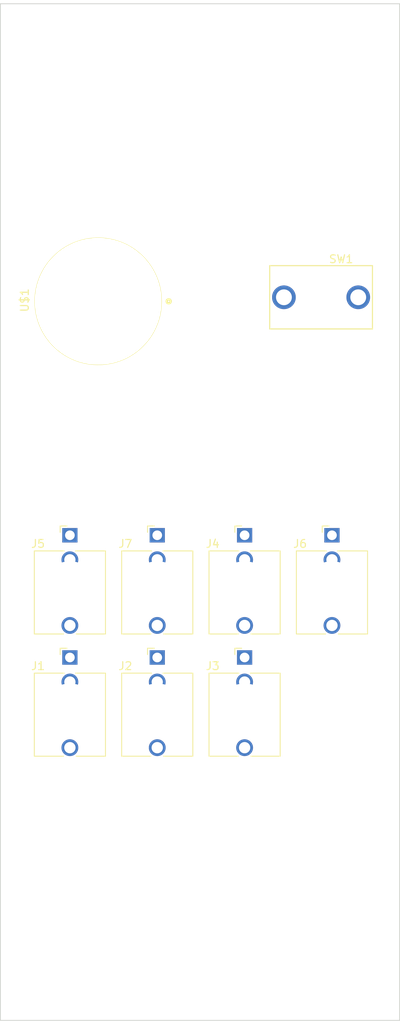
<source format=kicad_pcb>
(kicad_pcb (version 20221018) (generator pcbnew)
  (layers (0 "F.Cu" signal) (31 "B.Cu" signal) (34 "B.Paste" user) (35 "F.Paste" user) (36 "B.SilkS" user "B.Silkscreen") (37 "F.SilkS" user "F.Silkscreen") (38 "B.Mask" user) (39 "F.Mask" user) (44 "Edge.Cuts" user))
  (net 0 "")
  (net 1 "GND")
  (net 2 "/A0")
  (net 3 "/A2")
  (net 4 "/MIDI_5")
  (net 5 "/NOTE")
  (net 6 "/VELOCITY")
  (net 7 "/PITCH_BEND")
  (net 8 "/CONTROL")
  (net 9 "/MIDI_4")
  (net 10 "/CLOCK")
  (net 11 "/TRIGGER")
  (net 12 "/GATE")
  (footprint "Custom_Footprints:Sub_Miniature_Switch_MountingHole_3.5mm" (layer "F.Cu") (at 129.36 113.77)
    (fp_text reference "Ref**" hide)
    (fp_text value "Subminiature_Switch" hide)
    (pad "" np_thru_hole circle (at 0 0) (size 6.4 6.4) (drill 6.4) (layers "F&B.Cu" "*.Mask"))
  )
  (footprint "Custom_Footprints:Sub_Miniature_Switch_MountingHole_3.5mm" (layer "F.Cu") (at 151.46 98.32)
    (fp_text reference "Ref**" hide)
    (fp_text value "Subminiature_Switch" hide)
    (pad "" np_thru_hole circle (at 0 0) (size 6.4 6.4) (drill 6.4) (layers "F&B.Cu" "*.Mask"))
  )
  (footprint "MountingHole:MountingHole_6.4mm_M6" (layer "F.Cu") (at 150.084 61.762)
    (fp_text reference "REF**" hide)
    (fp_text value "MountingHole_6.4mm_M6")
    (pad "" np_thru_hole circle (at 0 0) (size 6.4 6.4) (drill 6.4) (layers "*.Cu" "*.Mask"))
  )
  (footprint "Custom_Footprints:Sub_Miniature_Switch_MountingHole_3.5mm" (layer "F.Cu") (at 140.41 113.77)
    (fp_text reference "Ref**" hide)
    (fp_text value "Subminiature_Switch" hide)
    (pad "" np_thru_hole circle (at 0 0) (size 6.4 6.4) (drill 6.4) (layers "F&B.Cu" "*.Mask"))
  )
  (footprint "Custom_Footprints:Sub_Miniature_Switch_MountingHole_3.5mm" (layer "F.Cu") (at 118.31 98.32)
    (fp_text reference "Ref**" hide)
    (fp_text value "Subminiature_Switch" hide)
    (pad "" np_thru_hole circle (at 0 0) (size 6.4 6.4) (drill 6.4) (layers "F&B.Cu" "*.Mask"))
  )
  (footprint "Custom_Footprints:Sub_Miniature_Switch_MountingHole_3.5mm" (layer "F.Cu") (at 118.31 113.77)
    (fp_text reference "Ref**" hide)
    (fp_text value "Subminiature_Switch" hide)
    (pad "" np_thru_hole circle (at 0 0) (size 6.4 6.4) (drill 6.4) (layers "F&B.Cu" "*.Mask"))
  )
  (footprint "Connector_Audio:Jack_3.5mm_QingPu_WQP-PJ398SM_Vertical_CircularHoles" (layer "F.Cu") (at 118.31 91.84)
    (fp_text reference "J5" (at -4.03 1.08 180) (layer "F.SilkS"))
    (fp_text value "Continuous Control")
    (fp_line (start -4.5 1.98) (end -4.5 12.48) (stroke (width 0.12)) (layer "F.SilkS"))
    (fp_line (start -1.23 -1.17) (end -1.23 -0.37) (stroke (width 0.12)) (layer "F.SilkS"))
    (fp_line (start -1.23 -1.17) (end -0.37 -1.17) (stroke (width 0.12)) (layer "F.SilkS"))
    (fp_line (start -0.8 12.48) (end -4.5 12.48) (stroke (width 0.12)) (layer "F.SilkS"))
    (fp_line (start -0.72 1.98) (end -4.5 1.98) (stroke (width 0.12)) (layer "F.SilkS"))
    (fp_line (start 4.5 1.98) (end 0.72 1.98) (stroke (width 0.12)) (layer "F.SilkS"))
    (fp_line (start 4.5 1.98) (end 4.5 12.48) (stroke (width 0.12)) (layer "F.SilkS"))
    (fp_line (start 4.5 12.48) (end 0.8 12.48) (stroke (width 0.12)) (layer "F.SilkS"))
    (fp_circle (center 0 6.48) (end 1.8 6.48) (stroke (width 0.12)) (fill none) (layer "F.SilkS"))
    (pad "S" thru_hole rect (at 0 0 180) (size 1.93 1.83) (drill 1.22) (layers "*.Cu" "*.Mask") (net 1 "GND"))
    (pad "T" thru_hole circle (at 0 11.4 180) (size 2.13 2.13) (drill 1.43) (layers "*.Cu" "*.Mask") (net 8 "/CONTROL"))
    (pad "TN" thru_hole circle (at 0 3.1 180) (size 2.13 2.13) (drill 1.42) (layers "*.Cu" "*.Mask"))
  )
  (footprint "MountingHole:MountingHole_3.2mm_M3" (layer "F.Cu") (at 117.02 150.16)
    (fp_text reference "REF**" hide)
    (fp_text value "MountingHole_3.2mm_M3" hide)
    (pad "" np_thru_hole oval (at 0 0) (size 7.2 3.4) (drill oval 7.2 3.4) (layers "F&B.Cu" "*.Mask"))
  )
  (footprint "Custom_Footprints:MIDISocket_Hole_15mm" (layer "F.Cu") (at 121.89 62.27)
    (fp_text reference "Ref**" hide)
    (fp_text value "MIDISocket_Hole_15mm" hide)
    (pad "" np_thru_hole circle (at 0 0) (size 16 16) (drill 16) (layers "F&B.Cu" "*.Mask"))
  )
  (footprint "Eurocad:SPDT toggle on-off-on" (layer "F.Cu") (at 150.084 61.762)
    (fp_text reference "SW1" (at 2.54 -4.826) (layer "F.SilkS"))
    (fp_text value "SW_SPDT_MSM")
    (fp_line (start -6.5 -4) (end 6.5 -4) (stroke (width 0.15)) (layer "F.SilkS"))
    (fp_line (start -6.5 4) (end -6.5 -4) (stroke (width 0.15)) (layer "F.SilkS"))
    (fp_line (start 6.5 -4) (end 6.5 4) (stroke (width 0.15)) (layer "F.SilkS"))
    (fp_line (start 6.5 4) (end -6.5 4) (stroke (width 0.15)) (layer "F.SilkS"))
    (pad "1" thru_hole circle (at -4.7 0) (size 3 3) (drill 2) (layers "*.Cu" "*.Mask") (net 3 "/A2"))
    (pad "2" thru_hole circle (at 0 0) (size 3 3) (drill 2) (layers "*.Cu" "*.Mask") (net 1 "GND"))
    (pad "3" thru_hole circle (at 4.7 0) (size 3 3) (drill 2) (layers "*.Cu" "*.Mask") (net 2 "/A0"))
  )
  (footprint "Connector_Audio:Jack_3.5mm_QingPu_WQP-PJ398SM_Vertical_CircularHoles" (layer "F.Cu") (at 118.31 107.29)
    (fp_text reference "J1" (at -4.03 1.08 180) (layer "F.SilkS"))
    (fp_text value "Clock")
    (fp_line (start -4.5 1.98) (end -4.5 12.48) (stroke (width 0.12)) (layer "F.SilkS"))
    (fp_line (start -1.23 -1.17) (end -1.23 -0.37) (stroke (width 0.12)) (layer "F.SilkS"))
    (fp_line (start -1.23 -1.17) (end -0.37 -1.17) (stroke (width 0.12)) (layer "F.SilkS"))
    (fp_line (start -0.8 12.48) (end -4.5 12.48) (stroke (width 0.12)) (layer "F.SilkS"))
    (fp_line (start -0.72 1.98) (end -4.5 1.98) (stroke (width 0.12)) (layer "F.SilkS"))
    (fp_line (start 4.5 1.98) (end 0.72 1.98) (stroke (width 0.12)) (layer "F.SilkS"))
    (fp_line (start 4.5 1.98) (end 4.5 12.48) (stroke (width 0.12)) (layer "F.SilkS"))
    (fp_line (start 4.5 12.48) (end 0.8 12.48) (stroke (width 0.12)) (layer "F.SilkS"))
    (fp_circle (center 0 6.48) (end 1.8 6.48) (stroke (width 0.12)) (fill none) (layer "F.SilkS"))
    (pad "S" thru_hole rect (at 0 0 180) (size 1.93 1.83) (drill 1.22) (layers "*.Cu" "*.Mask") (net 1 "GND"))
    (pad "T" thru_hole circle (at 0 11.4 180) (size 2.13 2.13) (drill 1.43) (layers "*.Cu" "*.Mask") (net 10 "/CLOCK"))
    (pad "TN" thru_hole circle (at 0 3.1 180) (size 2.13 2.13) (drill 1.42) (layers "*.Cu" "*.Mask"))
  )
  (footprint "MountingHole:MountingHole_3.2mm_M3" (layer "F.Cu") (at 152.58 150.16)
    (fp_text reference "REF**" hide)
    (fp_text value "MountingHole_3.2mm_M3" hide)
    (pad "" np_thru_hole oval (at 0 0) (size 7.2 3.4) (drill oval 7.2 3.4) (layers "F&B.Cu" "*.Mask"))
  )
  (footprint "Connector_Audio:Jack_3.5mm_QingPu_WQP-PJ398SM_Vertical_CircularHoles" (layer "F.Cu") (at 140.41 107.29)
    (fp_text reference "J3" (at -4.03 1.08 180) (layer "F.SilkS"))
    (fp_text value "Gate")
    (fp_line (start -4.5 1.98) (end -4.5 12.48) (stroke (width 0.12)) (layer "F.SilkS"))
    (fp_line (start -1.23 -1.17) (end -1.23 -0.37) (stroke (width 0.12)) (layer "F.SilkS"))
    (fp_line (start -1.23 -1.17) (end -0.37 -1.17) (stroke (width 0.12)) (layer "F.SilkS"))
    (fp_line (start -0.8 12.48) (end -4.5 12.48) (stroke (width 0.12)) (layer "F.SilkS"))
    (fp_line (start -0.72 1.98) (end -4.5 1.98) (stroke (width 0.12)) (layer "F.SilkS"))
    (fp_line (start 4.5 1.98) (end 0.72 1.98) (stroke (width 0.12)) (layer "F.SilkS"))
    (fp_line (start 4.5 1.98) (end 4.5 12.48) (stroke (width 0.12)) (layer "F.SilkS"))
    (fp_line (start 4.5 12.48) (end 0.8 12.48) (stroke (width 0.12)) (layer "F.SilkS"))
    (fp_circle (center 0 6.48) (end 1.8 6.48) (stroke (width 0.12)) (fill none) (layer "F.SilkS"))
    (pad "S" thru_hole rect (at 0 0 180) (size 1.93 1.83) (drill 1.22) (layers "*.Cu" "*.Mask") (net 1 "GND"))
    (pad "T" thru_hole circle (at 0 11.4 180) (size 2.13 2.13) (drill 1.43) (layers "*.Cu" "*.Mask") (net 12 "/GATE"))
    (pad "TN" thru_hole circle (at 0 3.1 180) (size 2.13 2.13) (drill 1.42) (layers "*.Cu" "*.Mask"))
  )
  (footprint "Connector_Audio:Jack_3.5mm_QingPu_WQP-PJ398SM_Vertical_CircularHoles" (layer "F.Cu") (at 129.36 107.29)
    (fp_text reference "J2" (at -4.03 1.08 180) (layer "F.SilkS"))
    (fp_text value "Trigger")
    (fp_line (start -4.5 1.98) (end -4.5 12.48) (stroke (width 0.12)) (layer "F.SilkS"))
    (fp_line (start -1.23 -1.17) (end -1.23 -0.37) (stroke (width 0.12)) (layer "F.SilkS"))
    (fp_line (start -1.23 -1.17) (end -0.37 -1.17) (stroke (width 0.12)) (layer "F.SilkS"))
    (fp_line (start -0.8 12.48) (end -4.5 12.48) (stroke (width 0.12)) (layer "F.SilkS"))
    (fp_line (start -0.72 1.98) (end -4.5 1.98) (stroke (width 0.12)) (layer "F.SilkS"))
    (fp_line (start 4.5 1.98) (end 0.72 1.98) (stroke (width 0.12)) (layer "F.SilkS"))
    (fp_line (start 4.5 1.98) (end 4.5 12.48) (stroke (width 0.12)) (layer "F.SilkS"))
    (fp_line (start 4.5 12.48) (end 0.8 12.48) (stroke (width 0.12)) (layer "F.SilkS"))
    (fp_circle (center 0 6.48) (end 1.8 6.48) (stroke (width 0.12)) (fill none) (layer "F.SilkS"))
    (pad "S" thru_hole rect (at 0 0 180) (size 1.93 1.83) (drill 1.22) (layers "*.Cu" "*.Mask") (net 1 "GND"))
    (pad "T" thru_hole circle (at 0 11.4 180) (size 2.13 2.13) (drill 1.43) (layers "*.Cu" "*.Mask") (net 11 "/TRIGGER"))
    (pad "TN" thru_hole circle (at 0 3.1 180) (size 2.13 2.13) (drill 1.42) (layers "*.Cu" "*.Mask"))
  )
  (footprint "SD-50BV:CUI_SD-50BV" (layer "F.Cu") (at 121.89 62.27 90)
    (fp_text reference "U$1" (at 0.13524 -9.30452 90) (layer "F.SilkS") (effects (font (size 1.007465 1.007465))))
    (fp_text value "MIDIJACK")
    (fp_circle (center 0 0) (end 8 0) (stroke (width 0.127)) (fill none) (layer "F.SilkS"))
    (fp_circle (center 0 8.919) (end 0.1 8.919) (stroke (width 0.3)) (fill none) (layer "F.SilkS"))
    (pad "1" thru_hole rect (at 0 5.5 90) (size 2.1 2.1) (drill 1.4) (layers "*.Cu" "*.Mask"))
    (pad "2" thru_hole circle (at -5.5 0 90) (size 2.1 2.1) (drill 1.4) (layers "*.Cu" "*.Mask"))
    (pad "3" thru_hole circle (at 0 -5.5 90) (size 2.1 2.1) (drill 1.4) (layers "*.Cu" "*.Mask"))
    (pad "4" thru_hole circle (at -3.89 3.89 90) (size 2.1 2.1) (drill 1.4) (layers "*.Cu" "*.Mask") (net 9 "/MIDI_4"))
    (pad "5" thru_hole circle (at -3.89 -3.89 90) (size 2.1 2.1) (drill 1.4) (layers "*.Cu" "*.Mask") (net 4 "/MIDI_5"))
    (pad "S" thru_hole circle (at 4.5 0 90) (size 2.1 2.1) (drill 1.4) (layers "*.Cu" "*.Mask"))
  )
  (footprint "MountingHole:MountingHole_3.2mm_M3" (layer "F.Cu") (at 152.58 27.66)
    (fp_text reference "REF**" hide)
    (fp_text value "MountingHole_3.2mm_M3" hide)
    (pad "" np_thru_hole oval (at 0 0) (size 7.2 3.4) (drill oval 7.2 3.4) (layers "F&B.Cu" "*.Mask"))
  )
  (footprint "Connector_Audio:Jack_3.5mm_QingPu_WQP-PJ398SM_Vertical_CircularHoles" (layer "F.Cu") (at 129.36 91.84)
    (fp_text reference "J7" (at -4.03 1.08 180) (layer "F.SilkS"))
    (fp_text value "Velocity")
    (fp_line (start -4.5 1.98) (end -4.5 12.48) (stroke (width 0.12)) (layer "F.SilkS"))
    (fp_line (start -1.23 -1.17) (end -1.23 -0.37) (stroke (width 0.12)) (layer "F.SilkS"))
    (fp_line (start -1.23 -1.17) (end -0.37 -1.17) (stroke (width 0.12)) (layer "F.SilkS"))
    (fp_line (start -0.8 12.48) (end -4.5 12.48) (stroke (width 0.12)) (layer "F.SilkS"))
    (fp_line (start -0.72 1.98) (end -4.5 1.98) (stroke (width 0.12)) (layer "F.SilkS"))
    (fp_line (start 4.5 1.98) (end 0.72 1.98) (stroke (width 0.12)) (layer "F.SilkS"))
    (fp_line (start 4.5 1.98) (end 4.5 12.48) (stroke (width 0.12)) (layer "F.SilkS"))
    (fp_line (start 4.5 12.48) (end 0.8 12.48) (stroke (width 0.12)) (layer "F.SilkS"))
    (fp_circle (center 0 6.48) (end 1.8 6.48) (stroke (width 0.12)) (fill none) (layer "F.SilkS"))
    (pad "S" thru_hole rect (at 0 0 180) (size 1.93 1.83) (drill 1.22) (layers "*.Cu" "*.Mask") (net 1 "GND"))
    (pad "T" thru_hole circle (at 0 11.4 180) (size 2.13 2.13) (drill 1.43) (layers "*.Cu" "*.Mask") (net 6 "/VELOCITY"))
    (pad "TN" thru_hole circle (at 0 3.1 180) (size 2.13 2.13) (drill 1.42) (layers "*.Cu" "*.Mask"))
  )
  (footprint "Custom_Footprints:Sub_Miniature_Switch_MountingHole_3.5mm" (layer "F.Cu") (at 129.36 98.32)
    (fp_text reference "Ref**" hide)
    (fp_text value "Subminiature_Switch" hide)
    (pad "" np_thru_hole circle (at 0 0) (size 6.4 6.4) (drill 6.4) (layers "F&B.Cu" "*.Mask"))
  )
  (footprint "Connector_Audio:Jack_3.5mm_QingPu_WQP-PJ398SM_Vertical_CircularHoles" (layer "F.Cu") (at 151.46 91.84)
    (fp_text reference "J6" (at -4.03 1.08 180) (layer "F.SilkS"))
    (fp_text value "Note")
    (fp_line (start -4.5 1.98) (end -4.5 12.48) (stroke (width 0.12)) (layer "F.SilkS"))
    (fp_line (start -1.23 -1.17) (end -1.23 -0.37) (stroke (width 0.12)) (layer "F.SilkS"))
    (fp_line (start -1.23 -1.17) (end -0.37 -1.17) (stroke (width 0.12)) (layer "F.SilkS"))
    (fp_line (start -0.8 12.48) (end -4.5 12.48) (stroke (width 0.12)) (layer "F.SilkS"))
    (fp_line (start -0.72 1.98) (end -4.5 1.98) (stroke (width 0.12)) (layer "F.SilkS"))
    (fp_line (start 4.5 1.98) (end 0.72 1.98) (stroke (width 0.12)) (layer "F.SilkS"))
    (fp_line (start 4.5 1.98) (end 4.5 12.48) (stroke (width 0.12)) (layer "F.SilkS"))
    (fp_line (start 4.5 12.48) (end 0.8 12.48) (stroke (width 0.12)) (layer "F.SilkS"))
    (fp_circle (center 0 6.48) (end 1.8 6.48) (stroke (width 0.12)) (fill none) (layer "F.SilkS"))
    (pad "S" thru_hole rect (at 0 0 180) (size 1.93 1.83) (drill 1.22) (layers "*.Cu" "*.Mask") (net 1 "GND"))
    (pad "T" thru_hole circle (at 0 11.4 180) (size 2.13 2.13) (drill 1.43) (layers "*.Cu" "*.Mask") (net 5 "/NOTE"))
    (pad "TN" thru_hole circle (at 0 3.1 180) (size 2.13 2.13) (drill 1.42) (layers "*.Cu" "*.Mask"))
  )
  (footprint "Custom_Footprints:Sub_Miniature_Switch_MountingHole_3.5mm" (layer "F.Cu") (at 140.41 98.32)
    (fp_text reference "Ref**" hide)
    (fp_text value "Subminiature_Switch" hide)
    (pad "" np_thru_hole circle (at 0 0) (size 6.4 6.4) (drill 6.4) (layers "F&B.Cu" "*.Mask"))
  )
  (footprint "Connector_Audio:Jack_3.5mm_QingPu_WQP-PJ398SM_Vertical_CircularHoles" (layer "F.Cu") (at 140.41 91.84)
    (fp_text reference "J4" (at -4.03 1.08 180) (layer "F.SilkS"))
    (fp_text value "Pitch Bend")
    (fp_line (start -4.5 1.98) (end -4.5 12.48) (stroke (width 0.12)) (layer "F.SilkS"))
    (fp_line (start -1.23 -1.17) (end -1.23 -0.37) (stroke (width 0.12)) (layer "F.SilkS"))
    (fp_line (start -1.23 -1.17) (end -0.37 -1.17) (stroke (width 0.12)) (layer "F.SilkS"))
    (fp_line (start -0.8 12.48) (end -4.5 12.48) (stroke (width 0.12)) (layer "F.SilkS"))
    (fp_line (start -0.72 1.98) (end -4.5 1.98) (stroke (width 0.12)) (layer "F.SilkS"))
    (fp_line (start 4.5 1.98) (end 0.72 1.98) (stroke (width 0.12)) (layer "F.SilkS"))
    (fp_line (start 4.5 1.98) (end 4.5 12.48) (stroke (width 0.12)) (layer "F.SilkS"))
    (fp_line (start 4.5 12.48) (end 0.8 12.48) (stroke (width 0.12)) (layer "F.SilkS"))
    (fp_circle (center 0 6.48) (end 1.8 6.48) (stroke (width 0.12)) (fill none) (layer "F.SilkS"))
    (pad "S" thru_hole rect (at 0 0 180) (size 1.93 1.83) (drill 1.22) (layers "*.Cu" "*.Mask") (net 1 "GND"))
    (pad "T" thru_hole circle (at 0 11.4 180) (size 2.13 2.13) (drill 1.43) (layers "*.Cu" "*.Mask") (net 7 "/PITCH_BEND"))
    (pad "TN" thru_hole circle (at 0 3.1 180) (size 2.13 2.13) (drill 1.42) (layers "*.Cu" "*.Mask"))
  )
  (footprint "MountingHole:MountingHole_3.2mm_M3" (layer "F.Cu") (at 117.02 27.66)
    (fp_text reference "REF**" hide)
    (fp_text value "MountingHole_3.2mm_M3" hide)
    (pad "" np_thru_hole oval (at 0 0) (size 7.2 3.4) (drill oval 7.2 3.4) (layers "F&B.Cu" "*.Mask"))
  )
  (gr_line (start 109.52 24.66) (end 160.02 24.66) (stroke (width 0.1)) (layer "Edge.Cuts"))
  (gr_line (start 109.52 153.16) (end 109.52 24.66) (stroke (width 0.1)) (layer "Edge.Cuts"))
  (gr_line (start 160.02 153.16) (end 109.52 153.16) (stroke (width 0.1)) (layer "Edge.Cuts"))
  (gr_line (start 160.02 24.66) (end 160.02 153.16) (stroke (width 0.1)) (layer "Edge.Cuts"))
)
</source>
